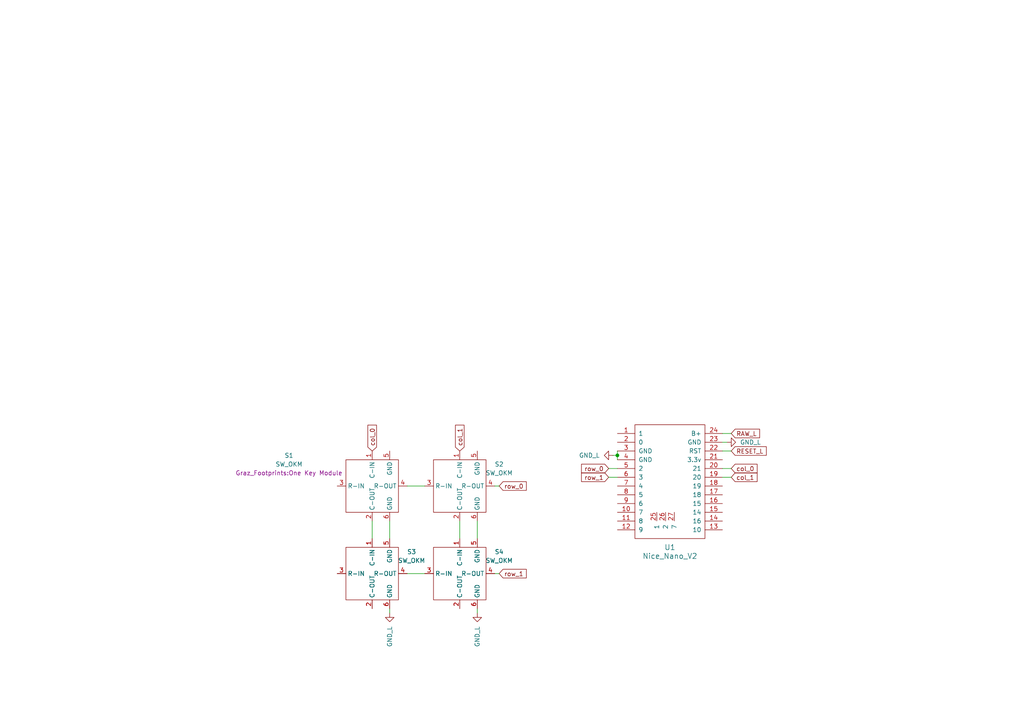
<source format=kicad_sch>
(kicad_sch (version 20250114) (generator "eeschema") (generator_version "9.0")
  (paper "A4")
  (lib_symbols
    (symbol "0_graz_symbols:SW_OKM"
      (property "Reference" "S" (at -9.144 6.858 90))
      (property "Value" "SW_OKM" (at 9.144 -4.572 90))
      (symbol "SW_OKM_0_1"
        (rectangle (start -7.62 7.62) (end 7.62 -7.62))
      )
      (symbol "SW_OKM_1_1"
        (pin input line (at -10.16 0 0) (length 2.54) (name "R-IN") (number "3"))
        (pin input line (at 0 10.16 270) (length 2.54) (name "C-IN") (number "1"))
        (pin input line (at 0 -10.16 90) (length 2.54) (name "C-OUT") (number "2"))
        (pin input line (at 5.08 10.16 270) (length 2.54) (name "GND") (number "5"))
        (pin input line (at 5.08 -10.16 90) (length 2.54) (name "GND") (number "6"))
        (pin input line (at 10.16 0 180) (length 2.54) (name "R-OUT") (number "4"))
      )
    )
    (symbol "1_scotto_symbols:MCU_Nice_Nano_V2" (pin_names (offset 1.016))
      (property "Reference" "U" (at 0 0 0))
      (property "Value" "Nice_Nano_V2" (at 0 -19.05 0))
      (symbol "MCU_Nice_Nano_V2_0_1"
        (rectangle (start -10.16 16.51) (end 10.16 -16.51))
      )
      (symbol "MCU_Nice_Nano_V2_1_1"
        (pin input line (at -15.24 13.97 0) (length 5.08) (name "1") (number "1"))
        (pin input line (at -15.24 11.43 0) (length 5.08) (name "0") (number "2"))
        (pin input line (at -15.24 8.89 0) (length 5.08) (name "GND") (number "3"))
        (pin input line (at -15.24 6.35 0) (length 5.08) (name "GND") (number "4"))
        (pin input line (at -15.24 3.81 0) (length 5.08) (name "2") (number "5"))
        (pin input line (at -15.24 1.27 0) (length 5.08) (name "3") (number "6"))
        (pin input line (at -15.24 -1.27 0) (length 5.08) (name "4") (number "7"))
        (pin input line (at -15.24 -3.81 0) (length 5.08) (name "5") (number "8"))
        (pin input line (at -15.24 -6.35 0) (length 5.08) (name "6") (number "9"))
        (pin input line (at -15.24 -8.89 0) (length 5.08) (name "7") (number "10"))
        (pin input line (at -15.24 -11.43 0) (length 5.08) (name "8") (number "11"))
        (pin input line (at -15.24 -13.97 0) (length 5.08) (name "9") (number "12"))
        (pin input line (at -3.81 -8.89 270) (length 2.5) (name "1") (number "25"))
        (pin input line (at -1.27 -8.89 270) (length 2.5) (name "2") (number "26"))
        (pin input line (at 1.27 -8.89 270) (length 2.5) (name "7") (number "27"))
        (pin input line (at 15.24 13.97 180) (length 5.08) (name "B+") (number "24"))
        (pin input line (at 15.24 11.43 180) (length 5.08) (name "GND") (number "23"))
        (pin input line (at 15.24 8.89 180) (length 5.08) (name "RST") (number "22"))
        (pin input line (at 15.24 6.35 180) (length 5.08) (name "3.3v") (number "21"))
        (pin input line (at 15.24 3.81 180) (length 5.08) (name "21") (number "20"))
        (pin input line (at 15.24 1.27 180) (length 5.08) (name "20") (number "19"))
        (pin input line (at 15.24 -1.27 180) (length 5.08) (name "19") (number "18"))
        (pin input line (at 15.24 -3.81 180) (length 5.08) (name "18") (number "17"))
        (pin input line (at 15.24 -6.35 180) (length 5.08) (name "15") (number "16"))
        (pin input line (at 15.24 -8.89 180) (length 5.08) (name "14") (number "15"))
        (pin input line (at 15.24 -11.43 180) (length 5.08) (name "16") (number "14"))
        (pin input line (at 15.24 -13.97 180) (length 5.08) (name "10") (number "13"))
      )
    )
    (symbol "power:GND" (power) (pin_numbers (hide yes)) (pin_names (offset 0) (hide yes))
      (property "Value" "GND" (at 0 -3.81 0))
      (symbol "GND_0_1"
        (polyline (pts (xy 0 0) (xy 0 -1.27) (xy 1.27 -1.27) (xy 0 -2.54) (xy -1.27 -1.27) (xy 0 -1.27)))
      )
      (symbol "GND_1_1"
        (pin power_in line (at 0 0 270) (length 0) (name "~") (number "1"))
      )
    )
  )
  (junction (at 179.07 132.08))
  (wire (pts (xy 144.78 140.97) (xy 143.51 140.97)))
  (wire (pts (xy 113.03 151.13) (xy 113.03 156.21)))
  (wire (pts (xy 138.43 177.8) (xy 138.43 176.53)))
  (wire (pts (xy 176.53 138.43) (xy 179.07 138.43)))
  (wire (pts (xy 209.55 125.73) (xy 212.09 125.73)))
  (wire (pts (xy 210.82 128.27) (xy 209.55 128.27)))
  (wire (pts (xy 212.09 135.89) (xy 209.55 135.89)))
  (wire (pts (xy 118.11 140.97) (xy 123.19 140.97)))
  (wire (pts (xy 212.09 138.43) (xy 209.55 138.43)))
  (wire (pts (xy 179.07 130.81) (xy 179.07 132.08)))
  (wire (pts (xy 176.53 135.89) (xy 179.07 135.89)))
  (wire (pts (xy 113.03 177.8) (xy 113.03 176.53)))
  (wire (pts (xy 107.95 151.13) (xy 107.95 156.21)))
  (wire (pts (xy 177.8 132.08) (xy 179.07 132.08)))
  (wire (pts (xy 179.07 133.35) (xy 179.07 132.08)))
  (wire (pts (xy 209.55 130.81) (xy 212.09 130.81)))
  (wire (pts (xy 133.35 151.13) (xy 133.35 156.21)))
  (wire (pts (xy 138.43 151.13) (xy 138.43 156.21)))
  (wire (pts (xy 118.11 166.37) (xy 123.19 166.37)))
  (wire (pts (xy 144.78 166.37) (xy 143.51 166.37)))
  (global_label "RESET_L" (shape input) (at 212.09 130.81 0) (property "Intersheetrefs" "${INTERSHEET_REFS}" (effects (hide yes))))
  (global_label "col_0" (shape input) (at 107.95 130.81 90) (property "Intersheetrefs" "${INTERSHEET_REFS}" (effects (hide yes))))
  (global_label "row_1" (shape input) (at 176.53 138.43 180) (property "Intersheetrefs" "${INTERSHEET_REFS}" (effects (hide yes))))
  (global_label "col_1" (shape input) (at 212.09 138.43 0) (property "Intersheetrefs" "${INTERSHEET_REFS}" (effects (hide yes))))
  (global_label "row_0" (shape input) (at 144.78 140.97 0) (property "Intersheetrefs" "${INTERSHEET_REFS}" (effects (hide yes))))
  (global_label "col_0" (shape input) (at 212.09 135.89 0) (property "Intersheetrefs" "${INTERSHEET_REFS}" (effects (hide yes))))
  (global_label "row_1" (shape input) (at 144.78 166.37 0) (property "Intersheetrefs" "${INTERSHEET_REFS}" (effects (hide yes))))
  (global_label "col_1" (shape input) (at 133.35 130.81 90) (property "Intersheetrefs" "${INTERSHEET_REFS}" (effects (hide yes))))
  (global_label "row_0" (shape input) (at 176.53 135.89 180) (property "Intersheetrefs" "${INTERSHEET_REFS}" (effects (hide yes))))
  (global_label "RAW_L" (shape input) (at 212.09 125.73 0) (property "Intersheetrefs" "${INTERSHEET_REFS}" (effects (hide yes))))
  (symbol (lib_id "power:GND") (at 138.43 177.8 0) (unit 1)
    (property "Reference" "#PWR03" (effects (hide yes)))
    (property "Value" "GND_L" (at 138.4299 181.61 90) (effects (justify right)))
    (property "Description" "Power symbol creates a global label with name \"GND\" , ground" (effects (hide yes)))
  )
  (symbol (lib_id "power:GND") (at 113.03 177.8 0) (unit 1)
    (property "Reference" "#PWR04" (effects (hide yes)))
    (property "Value" "GND_L" (at 113.0299 181.61 90) (effects (justify right)))
    (property "Description" "Power symbol creates a global label with name \"GND\" , ground" (effects (hide yes)))
  )
  (symbol (lib_id "1_scotto_symbols:MCU_Nice_Nano_V2") (at 194.31 139.7 0) (unit 1)
    (property "Reference" "U1" (at 194.31 158.75 0) (effects (font (size 1.524 1.524))))
    (property "Value" "Nice_Nano_V2" (at 194.31 161.29 0) (effects (font (size 1.524 1.524))))
    (property "Footprint" "MCU:Nice_Nano_V2" (effects (hide yes)))
  )
  (symbol (lib_id "0_graz_symbols:SW_OKM") (at 133.35 140.97 0) (unit 1)
    (property "Reference" "S2" (at 144.78 134.6535 0))
    (property "Value" "SW_OKM" (at 144.78 137.1935 0))
    (property "Footprint" "Graz_Footprints:One Key Module" (effects (hide yes)))
  )
  (symbol (lib_id "0_graz_symbols:SW_OKM") (at 107.95 140.97 0) (unit 1)
    (property "Reference" "S1" (at 83.82 132.1135 0))
    (property "Value" "SW_OKM" (at 83.82 134.6535 0))
    (property "Footprint" "Graz_Footprints:One Key Module" (at 83.82 137.1935 0))
  )
  (symbol (lib_id "power:GND") (at 177.8 132.08 270) (unit 1)
    (property "Reference" "#PWR01" (effects (hide yes)))
    (property "Value" "GND_L" (at 173.99 132.0799 90) (effects (justify right)))
    (property "Description" "Power symbol creates a global label with name \"GND\" , ground" (effects (hide yes)))
  )
  (symbol (lib_id "0_graz_symbols:SW_OKM") (at 107.95 166.37 0) (unit 1)
    (property "Reference" "S3" (at 119.38 160.0535 0))
    (property "Value" "SW_OKM" (at 119.38 162.5935 0))
    (property "Footprint" "Graz_Footprints:One Key Module" (effects (hide yes)))
  )
  (symbol (lib_id "power:GND") (at 210.82 128.27 90) (unit 1)
    (property "Reference" "#PWR02" (effects (hide yes)))
    (property "Value" "GND_L" (at 214.63 128.2701 90) (effects (justify right)))
    (property "Description" "Power symbol creates a global label with name \"GND\" , ground" (effects (hide yes)))
  )
  (symbol (lib_id "0_graz_symbols:SW_OKM") (at 133.35 166.37 0) (unit 1)
    (property "Reference" "S4" (at 144.78 160.0535 0))
    (property "Value" "SW_OKM" (at 144.78 162.5935 0))
    (property "Footprint" "Graz_Footprints:One Key Module" (effects (hide yes)))
  )
)
</source>
